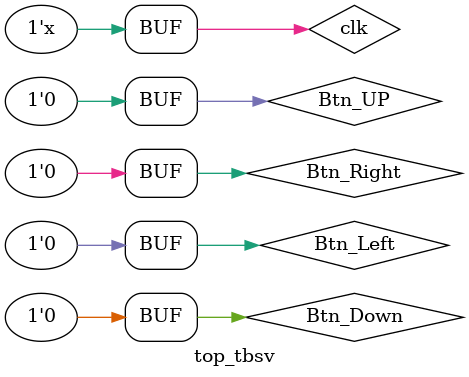
<source format=sv>
`timescale 1ns/1ps 
module top_tbsv();
reg clk = 0;
logic Btn_UP;
logic Btn_Down;
logic Btn_Left;
logic Btn_Right;
logic Hsynq;
logic Vsynq;
logic [7:0] Red;
logic [7:0] Green;
logic [7:0] Blue;

top DUT (clk, Btn_UP, Btn_Down, Btn_Left, Btn_Right, Hsynq, Vsynq, Red, Green, Blue);
always #5 clk = ~clk;
initial begin
Btn_UP = 0; Btn_Down = 0; Btn_Left = 0; Btn_Right = 0;
end

endmodule 
</source>
